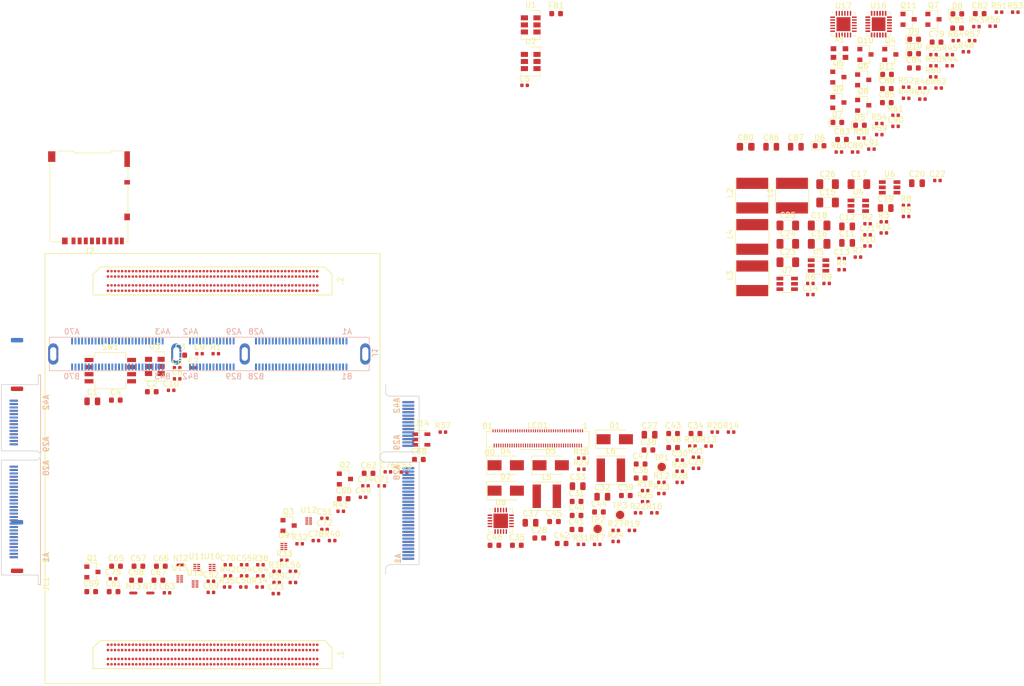
<source format=kicad_pcb>
(kicad_pcb (version 20211014) (generator pcbnew)
  (layers (0 "F.Cu" signal) (31 "B.Cu" signal) (34 "B.Paste" user) (35 "F.Paste" user) (36 "B.SilkS" user "B.Silkscreen") (37 "F.SilkS" user "F.Silkscreen") (38 "B.Mask" user) (39 "F.Mask" user) (44 "Edge.Cuts" user))
  (net 0 "")
  (net 1 "/SOM/3V3_OSC")
  (net 2 "GND")
  (net 3 "Net-(C5-Pad1)")
  (net 4 "/SOM/REFCLK100+")
  (net 5 "Net-(C6-Pad1)")
  (net 6 "/SOM/REFCLK100-")
  (net 7 "Net-(C7-Pad1)")
  (net 8 "/SOM/REFCLK125+")
  (net 9 "Net-(C8-Pad1)")
  (net 10 "/SOM/REFCLK125-")
  (net 11 "Net-(C9-Pad1)")
  (net 12 "/SOM/REFCLK135+")
  (net 13 "Net-(C10-Pad1)")
  (net 14 "/SOM/REFCLK135-")
  (net 15 "+5V")
  (net 16 "Net-(C13-Pad1)")
  (net 17 "Net-(C13-Pad2)")
  (net 18 "Net-(C14-Pad1)")
  (net 19 "Net-(C14-Pad2)")
  (net 20 "+3V3PS")
  (net 21 "+1V8PS")
  (net 22 "Net-(C21-Pad1)")
  (net 23 "Net-(C21-Pad2)")
  (net 24 "Net-(C22-Pad1)")
  (net 25 "Net-(C22-Pad2)")
  (net 26 "+1V8PL")
  (net 27 "+1V2PL")
  (net 28 "/Microdisplay/ADP_VReg")
  (net 29 "Net-(C29-Pad2)")
  (net 30 "Net-(C30-Pad2)")
  (net 31 "Net-(C31-Pad1)")
  (net 32 "/Microdisplay/AVdd")
  (net 33 "/Microdisplay/AVee")
  (net 34 "/Microdisplay/Vcom")
  (net 35 "/Microdisplay/ELVdd")
  (net 36 "/Microdisplay/Vdd")
  (net 37 "Net-(C38-Pad2)")
  (net 38 "/Microdisplay/OVdd")
  (net 39 "Net-(C42-Pad2)")
  (net 40 "/Microdisplay/Vref3")
  (net 41 "Net-(C44-Pad2)")
  (net 42 "Net-(C45-Pad2)")
  (net 43 "Net-(C47-Pad2)")
  (net 44 "Net-(C48-Pad2)")
  (net 45 "DP_IN_L0+")
  (net 46 "Net-(C49-Pad2)")
  (net 47 "DP_IN_L0-")
  (net 48 "Net-(C50-Pad2)")
  (net 49 "DP_IN_L1+")
  (net 50 "Net-(C51-Pad2)")
  (net 51 "DP_IN_L1-")
  (net 52 "Net-(C52-Pad2)")
  (net 53 "DP_IN_L2+")
  (net 54 "Net-(C53-Pad2)")
  (net 55 "DP_IN_L2-")
  (net 56 "Net-(C54-Pad2)")
  (net 57 "DP_IN_L3+")
  (net 58 "Net-(C55-Pad2)")
  (net 59 "DP_IN_L3-")
  (net 60 "Net-(C56-Pad2)")
  (net 61 "/B2B/VDDIO_L")
  (net 62 "Net-(C63-Pad1)")
  (net 63 "DP_AUX+")
  (net 64 "Net-(C64-Pad1)")
  (net 65 "DP_AUX-")
  (net 66 "Net-(C69-Pad1)")
  (net 67 "GTR_RIGHT_M2C+")
  (net 68 "Net-(C70-Pad1)")
  (net 69 "GTR_RIGHT_M2C-")
  (net 70 "Net-(C71-Pad1)")
  (net 71 "GTR_RIGHT_C2M+")
  (net 72 "Net-(C72-Pad1)")
  (net 73 "GTR_RIGHT_C2M-")
  (net 74 "PCIE_REFCLK+")
  (net 75 "Net-(C73-Pad2)")
  (net 76 "PCIE_REFCLK-")
  (net 77 "Net-(C74-Pad2)")
  (net 78 "PCIE_M2C_L0+")
  (net 79 "Net-(C75-Pad2)")
  (net 80 "PCIE_M2C_L0-")
  (net 81 "Net-(C76-Pad2)")
  (net 82 "PCIE_M2C_L1+")
  (net 83 "Net-(C77-Pad2)")
  (net 84 "PCIE_M2C_L1-")
  (net 85 "Net-(C78-Pad2)")
  (net 86 "Net-(C91-Pad2)")
  (net 87 "Net-(D1-Pad1)")
  (net 88 "Net-(D2-Pad2)")
  (net 89 "Net-(D5-Pad1)")
  (net 90 "Net-(D5-Pad2)")
  (net 91 "Net-(D6-Pad1)")
  (net 92 "Net-(D6-Pad2)")
  (net 93 "Net-(D7-Pad1)")
  (net 94 "Net-(D7-Pad2)")
  (net 95 "Net-(D8-Pad1)")
  (net 96 "Net-(D8-Pad2)")
  (net 97 "Net-(D9-Pad1)")
  (net 98 "Net-(D9-Pad2)")
  (net 99 "Net-(D10-Pad1)")
  (net 100 "Net-(D10-Pad2)")
  (net 101 "Net-(D11-Pad1)")
  (net 102 "Net-(D11-Pad2)")
  (net 103 "DSI1A_D0+")
  (net 104 "DSI1A_D0-")
  (net 105 "DSI1A_D1+")
  (net 106 "DSI1A_D1-")
  (net 107 "DSI1A_CLK+")
  (net 108 "DSI1A_CLK-")
  (net 109 "DSI1A_D2+")
  (net 110 "DSI1A_D2-")
  (net 111 "DSI1A_D3+")
  (net 112 "DSI1A_D3-")
  (net 113 "FRONT_SDA")
  (net 114 "FRONT_SCL")
  (net 115 "FRONT_LCD_~{RST}")
  (net 117 "FRONT_LCD_TE")
  (net 119 "PCIE_C2M_L0+")
  (net 120 "PCIE_C2M_L0-")
  (net 121 "PCIE_C2M_L1+")
  (net 122 "PCIE_C2M_L1-")
  (net 123 "DSI1B_D0+")
  (net 124 "DSI1B_D0-")
  (net 125 "DSI1B_D1+")
  (net 126 "DSI1B_D1-")
  (net 127 "DSI1B_CLK+")
  (net 128 "DSI1B_CLK-")
  (net 129 "DSI1B_D2+")
  (net 130 "DSI1B_D2-")
  (net 131 "DSI1B_D3+")
  (net 132 "DSI1B_D3-")
  (net 133 "CSI0_D0+")
  (net 134 "CSI0_D0-")
  (net 135 "CSI0_D1+")
  (net 136 "CSI0_D1-")
  (net 137 "CSI0_CLK+")
  (net 138 "CSI0_CLK-")
  (net 139 "FRONT_LED0")
  (net 140 "FRONT_LED1")
  (net 141 "CSI0_D2+")
  (net 142 "CSI0_D2-")
  (net 143 "CSI0_D3+")
  (net 144 "CSI0_D3-")
  (net 145 "LCD_PWR_EN")
  (net 146 "/B2B/PERST_3V3")
  (net 147 "/B2B/CAMEN_3V3")
  (net 148 "/Periph/SD_D1")
  (net 149 "/Periph/SD_D2")
  (net 150 "/Periph/SD_D3")
  (net 151 "/Periph/SD_CMD")
  (net 152 "/Periph/SD_CLK")
  (net 153 "/Periph/SD_D0")
  (net 154 "SD_~{CD}_1V8")
  (net 155 "USB2_D+")
  (net 156 "USB2_D-")
  (net 157 "/B2B/LEFT_UART_M2C_L")
  (net 158 "/B2B/LEFT_UART_C2M_L")
  (net 159 "RECOVERY_IN")
  (net 160 "LEFT_TCK")
  (net 161 "LEFT_TDI")
  (net 162 "LEFT_TDO")
  (net 163 "LEFT_TMS")
  (net 164 "LINK_LI0+")
  (net 165 "LINK_LI0-")
  (net 166 "LINK_LI1+")
  (net 167 "LINK_LI1-")
  (net 168 "POWERON_IN")
  (net 169 "PD_I2C_SDA")
  (net 170 "PD_I2C_SCL")
  (net 171 "USB2R_D+")
  (net 172 "USB2R_D-")
  (net 173 "GTR_LEFT_C2M+")
  (net 174 "GTR_LEFT_C2M-")
  (net 175 "GTR_LEFT_M2C+")
  (net 176 "GTR_LEFT_M2C-")
  (net 177 "Net-(JL1-PadB26)")
  (net 178 "SENSE_LEFT")
  (net 179 "SYS_RESET_IN")
  (net 180 "LINK_LO0+")
  (net 181 "LINK_LO0-")
  (net 182 "LINK_LO1+")
  (net 183 "LINK_LO1-")
  (net 184 "LINK_LOCLK+")
  (net 185 "LINK_LOCLK-")
  (net 186 "PD_INT")
  (net 187 "/B2B/RIGHT_UART_M2C_L")
  (net 188 "/B2B/RIGHT_UART_C2M_L")
  (net 189 "DP_OUT_L0+")
  (net 190 "DP_OUT_L0-")
  (net 191 "DP_OUT_L1+")
  (net 192 "DP_OUT_L1-")
  (net 193 "DP_OUT_L2+")
  (net 194 "DP_OUT_L2-")
  (net 195 "DP_OUT_L3+")
  (net 196 "DP_OUT_L3-")
  (net 197 "/B2B/RIGHT_UART_M2C")
  (net 198 "/B2B/RIGHT_UART_C2M")
  (net 199 "RIGHT_TCK")
  (net 200 "RIGHT_TDI")
  (net 201 "RIGHT_TDO")
  (net 202 "RIGHT_TMS")
  (net 203 "LINK_RO0+")
  (net 204 "LINK_RO0-")
  (net 205 "LINK_RO1+")
  (net 206 "LINK_RO1-")
  (net 214 "RIGHT_DET")
  (net 215 "Net-(JL2-PadB10)")
  (net 216 "SENSE_RIGHT")
  (net 217 "Net-(JL2-PadB27)")
  (net 218 "LINK_RI0+")
  (net 219 "LINK_RI0-")
  (net 220 "LINK_RI1+")
  (net 221 "LINK_RI1-")
  (net 222 "LINK_RICLK+")
  (net 223 "LINK_RICLK-")
  (net 227 "Net-(L6-Pad1)")
  (net 228 "Net-(LCD1-Pad8)")
  (net 229 "Net-(LCD1-Pad16)")
  (net 230 "DSI0A_D3+")
  (net 231 "DSI0A_D3-")
  (net 232 "DSI0A_D0+")
  (net 233 "DSI0A_D0-")
  (net 234 "DSI0A_CLK+")
  (net 235 "DSI0A_CLK-")
  (net 236 "DSI0A_D1+")
  (net 237 "DSI0A_D1-")
  (net 238 "DSI0A_D2+")
  (net 239 "DSI0A_D2-")
  (net 240 "DSI0B_D3+")
  (net 241 "DSI0B_D3-")
  (net 242 "DSI0B_D0+")
  (net 243 "DSI0B_D0-")
  (net 244 "DSI0B_CLK+")
  (net 245 "DSI0B_CLK-")
  (net 246 "DSI0B_D1+")
  (net 247 "DSI0B_D1-")
  (net 248 "DSI0B_D2+")
  (net 249 "DSI0B_D2-")
  (net 250 "Net-(LCD1-Pad59)")
  (net 251 "Net-(LCD1-Pad60)")
  (net 252 "Net-(LCD1-Pad61)")
  (net 253 "UDISP_SCL")
  (net 254 "UDISP_SDA")
  (net 255 "Net-(LCD1-Pad64)")
  (net 256 "Net-(LCD1-Pad65)")
  (net 257 "Net-(LCD1-Pad66)")
  (net 258 "UDISP_~{RST}")
  (net 259 "JTAG_TCK")
  (net 260 "JTAG_TMS")
  (net 261 "JTAG_TDO")
  (net 262 "POWEROFF")
  (net 263 "RECOVERY")
  (net 264 "SYS_RESET")
  (net 265 "VccO_EN_PL")
  (net 266 "VccO_EN_PS")
  (net 267 "PS_ERR_STAT")
  (net 268 "PS_ERR_OUT")
  (net 269 "PS_LED")
  (net 270 "PL_LED0")
  (net 271 "/Periph/IMU_INT_PS")
  (net 272 "IMU_INT")
  (net 273 "PL_LED1")
  (net 274 "Net-(R1-Pad2)")
  (net 275 "Net-(R3-Pad2)")
  (net 276 "Net-(R5-Pad2)")
  (net 277 "Net-(R8-Pad2)")
  (net 278 "Net-(R10-Pad2)")
  (net 279 "UDISP_PWR_EN")
  (net 280 "Net-(R13-Pad2)")
  (net 281 "Net-(R14-Pad2)")
  (net 282 "Net-(R15-Pad2)")
  (net 283 "Net-(R16-Pad2)")
  (net 284 "Net-(R17-Pad2)")
  (net 285 "Net-(R18-Pad2)")
  (net 286 "Net-(R19-Pad2)")
  (net 287 "Net-(R20-Pad2)")
  (net 288 "Net-(R22-Pad2)")
  (net 289 "ULPI_~{RST}")
  (net 290 "Net-(R48-Pad2)")
  (net 291 "SPI_~{CS}")
  (net 292 "I2C1_SDA")
  (net 293 "I2C1_SCL")
  (net 303 "JTAG_TDI")
  (net 304 "Net-(SOM1-Pad1A27)")
  (net 305 "Net-(SOM1-Pad1A28)")
  (net 306 "Net-(SOM1-Pad1A29)")
  (net 307 "Net-(SOM1-Pad1A30)")
  (net 313 "ULPI_D5")
  (net 314 "ULPI_D6")
  (net 315 "ULPI_D7")
  (net 328 "LEFT_UART_M2C")
  (net 329 "LEFT_UART_C2M")
  (net 331 "SD_CMD_1V8")
  (net 332 "SD_CLK_1V8")
  (net 334 "ULPI_STP")
  (net 335 "ULPI_D3")
  (net 336 "ULPI_D4")
  (net 353 "SD_D1_1V8")
  (net 354 "SD_D2_1V8")
  (net 355 "SD_D3_1V8")
  (net 356 "ULPI_NXT")
  (net 357 "ULPI_D0")
  (net 358 "ULPI_D1")
  (net 359 "SPI_C2M")
  (net 360 "SPI_M2C")
  (net 376 "SD_D0_1V8")
  (net 377 "ULPI_CLK")
  (net 378 "ULPI_DIR")
  (net 379 "ULPI_D2")
  (net 380 "SPI_SCLK")
  (net 382 "PCIE_~{PERST}")
  (net 446 "CAM_PWR_EN")
  (net 448 "IMU_FSYNC")
  (net 467 "/Periph/ULPI_REFCLK")
  (footprint "LED_SMD:LED_0603_1608Metric" (layer "F.Cu") (at 206.8 57.91)
    (fp_text reference "D6")
    (fp_text value "LED_Small")
  )
  (footprint "Resistor_SMD:R_0402_1005Metric" (layer "F.Cu") (at 218.3 71.53)
    (fp_text reference "R3")
    (fp_text value "31.6k")
  )
  (footprint "Resistor_SMD:R_0402_1005Metric" (layer "F.Cu") (at 139.36 109.17)
    (fp_text reference "R37")
    (fp_text value "1.5k")
  )
  (footprint "Resistor_SMD:R_0402_1005Metric" (layer "F.Cu") (at 222.29 68.58)
    (fp_text reference "R8")
    (fp_text value "12.7k")
  )
  (footprint "TestPoint:TestPoint_Pad_D1.5mm" (layer "F.Cu") (at 178.54 115.41)
    (fp_text reference "TP1")
    (fp_text value "~")
  )
  (footprint "TestPoint:TestPoint_Pad_D1.5mm" (layer "F.Cu") (at 167.07 126.51)
    (fp_text reference "TP2")
    (fp_text value "~")
  )
  (footprint "Capacitor_SMD:C_0603_1608Metric" (layer "F.Cu") (at 148.59 129.44)
    (fp_text reference "C46")
    (fp_text value "1µ")
  )
  (footprint "Package_TO_SOT_SMD:SOT-23" (layer "F.Cu") (at 227.19 35.27)
    (fp_text reference "Q7")
    (fp_text value "BSS138")
  )
  (footprint "Resistor_SMD:R_0402_1005Metric" (layer "F.Cu") (at 110.96 132.12)
    (fp_text reference "R33")
    (fp_text value "10k")
  )
  (footprint "Resistor_SMD:R_0402_1005Metric" (layer "F.Cu") (at 109.6 134.11)
    (fp_text reference "R36")
    (fp_text value "1.5k")
  )
  (footprint "Capacitor_SMD:C_0402_1005Metric" (layer "F.Cu") (at 91.78 99.64)
    (fp_text reference "C6")
    (fp_text value "100n")
  )
  (footprint "Capacitor_SMD:C_0603_1608Metric" (layer "F.Cu") (at 167.3 123.48)
    (fp_text reference "C44")
    (fp_text value "1µ")
  )
  (footprint "Resistor_SMD:R_0402_1005Metric" (layer "F.Cu") (at 113.71 129.17)
    (fp_text reference "R32")
    (fp_text value "22k")
  )
  (footprint "Resistor_SMD:R_0402_1005Metric" (layer "F.Cu") (at 234.88 36.58)
    (fp_text reference "R43")
    (fp_text value "10k")
  )
  (footprint "Capacitor_SMD:C_0805_2012Metric" (layer "F.Cu") (at 198.14 58.09)
    (fp_text reference "C86")
    (fp_text value "10µ")
  )
  (footprint "Capacitor_SMD:C_0402_1005Metric" (layer "F.Cu") (at 90.7 101.69)
    (fp_text reference "C10")
    (fp_text value "100n")
  )
  (footprint "Capacitor_SMD:C_0603_1608Metric" (layer "F.Cu") (at 184.58 109.43)
    (fp_text reference "C34")
    (fp_text value "2.2µ")
  )
  (footprint "Diode_SMD:D_SMA" (layer "F.Cu") (at 150.61 115.11)
    (fp_text reference "D4")
    (fp_text value ">8V")
  )
  (footprint "Resistor_SMD:R_0402_1005Metric" (layer "F.Cu") (at 190.95 109.17)
    (fp_text reference "R14")
    (fp_text value "DNP")
  )
  (footprint "Capacitor_SMD:C_0603_1608Metric" (layer "F.Cu") (at 84.41 135.7)
    (fp_text reference "C58")
    (fp_text value "1µ")
  )
  (footprint "meowality:BWVS00606045" (layer "F.Cu") (at 194.745 81.635)
    (fp_text reference "L3")
    (fp_text value "3.3µ")
  )
  (footprint "Resistor_SMD:R_0402_1005Metric" (layer "F.Cu") (at 178.48 120.17)
    (fp_text reference "R23")
    (fp_text value "68k")
  )
  (footprint "Package_TO_SOT_SMD:TSOT-23-6" (layer "F.Cu") (at 201 82.63)
    (fp_text reference "U7")
    (fp_text value "AP6230xWU")
  )
  (footprint "Capacitor_SMD:C_0402_1005Metric" (layer "F.Cu") (at 227.9 64.13)
    (fp_text reference "C22")
    (fp_text value "100n")
  )
  (footprint "Resistor_SMD:R_0402_1005Metric" (layer "F.Cu") (at 217.49 53.93)
    (fp_text reference "R54")
    (fp_text value "10k")
  )
  (footprint "Resistor_SMD:R_0402_1005Metric" (layer "F.Cu") (at 228.12 47.57)
    (fp_text reference "R62")
    (fp_text value "2.2k")
  )
  (footprint "Capacitor_SMD:C_0805_2012Metric" (layer "F.Cu") (at 211.73 75.3)
    (fp_text reference "C11")
    (fp_text value "10µ")
  )
  (footprint "Capacitor_SMD:C_0402_1005Metric" (layer "F.Cu") (at 89.96 137.95)
    (fp_text reference "C63")
    (fp_text value "100n")
  )
  (footprint "Resistor_SMD:R_0402_1005Metric" (layer "F.Cu") (at 225.21 49.56)
    (fp_text reference "R47")
    (fp_text value "10k")
  )
  (footprint "Resistor_SMD:R_0402_1005Metric" (layer "F.Cu") (at 210.76 80.1)
    (fp_text reference "R4")
    (fp_text value "10k")
  )
  (footprint "Capacitor_SMD:C_0805_2012Metric" (layer "F.Cu") (at 167.9 120.75)
    (fp_text reference "C32")
    (fp_text value "10µ")
  )
  (footprint "Package_DFN_QFN:HVQFN-24-1EP_4x4mm_P0.5mm_EP2.5x2.5mm" (layer "F.Cu") (at 211.08 36.14)
    (fp_text reference "U17")
    (fp_text value "USB3318")
  )
  (footprint "Capacitor_SMD:C_0603_1608Metric" (layer "F.Cu") (at 210.81 56.78)
    (fp_text reference "C83")
    (fp_text value "1µ")
  )
  (footprint "Capacitor_SMD:C_0603_1608Metric" (layer "F.Cu") (at 87.24 101.95)
    (fp_text reference "C2")
    (fp_text value "1µ")
  )
  (footprint "Capacitor_SMD:C_0805_2012Metric" (layer "F.Cu") (at 176.36 109.65)
    (fp_text reference "C27")
    (fp_text value "10µ")
  )
  (footprint "Capacitor_SMD:C_0402_1005Metric" (layer "F.Cu") (at 125.5 118.8)
    (fp_text reference "C74")
    (fp_text value "100n")
  )
  (footprint "Capacitor_SMD:C_0805_2012Metric" (layer "F.Cu") (at 224.24 64.61)
    (fp_text reference "C20")
    (fp_text value "10µ")
  )
  (footprint "Resistor_SMD:R_0402_1005Metric" (layer "F.Cu") (at 164.08 129.28)
    (fp_text reference "R31")
    (fp_text value "0R")
  )
  (footprint "Resistor_SMD:R_0402_1005Metric" (layer "F.Cu") (at 98.7 95.14)
    (fp_text reference "R1")
    (fp_text value "0R")
  )
  (footprint "Package_TO_SOT_SMD:SOT-23" (layer "F.Cu") (at 222.74 35.27)
    (fp_text reference "Q11")
    (fp_text value "BSS138")
  )
  (footprint "Package_SON:X2SON-8_1.4x1mm_P0.35mm" (layer "F.Cu") (at 115.33 125.1)
    (fp_text reference "U12")
    (fp_text value "74LVC2T45DC")
  )
  (footprint "Capacitor_SMD:C_0402_1005Metric" (layer "F.Cu") (at 103.64 136.91)
    (fp_text reference "C50")
    (fp_text value "100n")
  )
  (footprint "Capacitor_SMD:C_0603_1608Metric" (layer "F.Cu") (at 227.74 39.35)
    (fp_text reference "C79")
    (fp_text value "1µ")
  )
  (footprint "Resistor_SMD:R_0402_1005Metric" (layer "F.Cu") (at 217.49 55.92)
    (fp_text reference "R59")
    (fp_text value "10k")
  )
  (footprint "Capacitor_SMD:C_0402_1005Metric" (layer "F.Cu") (at 106.69 134.92)
    (fp_text reference "C64")
    (fp_text value "100n")
  )
  (footprint "Inductor_SMD:L_Taiyo-Yuden_NR-50xx" (layer "F.Cu") (at 169.43 116)
    (fp_text reference "L6")
    (fp_text value "6.8µ")
  )
  (footprint "LED_SMD:LED_0603_1608Metric" (layer "F.Cu") (at 231.46 34.29)
    (fp_text reference "D8")
    (fp_text value "LED_Small")
  )
  (footprint "Capacitor_SMD:C_0402_1005Metric" (layer "F.Cu") (at 181.77 114.19)
    (fp_text reference "C30")
    (fp_text value "47n")
  )
  (footprint "Capacitor_SMD:C_0603_1608Metric" (layer "F.Cu") (at 135.06 114.08)
    (fp_text reference "C68")
    (fp_text value "1µ")
  )
  (footprint "Resistor_SMD:R_0402_1005Metric" (layer "F.Cu") (at 222.3 49.41)
    (fp_text reference "R49")
    (fp_text value "10k")
  )
  (footprint "Capacitor_SMD:C_0402_1005Metric" (layer "F.Cu") (at 184.68 115.66)
    (fp_text reference "C29")
    (fp_text value "47n")
  )
  (footprint "Package_TO_SOT_SMD:SOT-23" (layer "F.Cu") (at 214.61 50.66)
    (fp_text reference "Q8")
    (fp_text value "BSS138")
  )
  (footprint "Resistor_SMD:R_0402_1005Metric" (layer "F.Cu") (at 188.04 109.17)
    (fp_text reference "R20")
    (fp_text value "68k")
  )
  (footprint "Resistor_SMD:R_0402_1005Metric" (layer "F.Cu") (at 215.39 71.87)
    (fp_text reference "R2")
    (fp_text value "10k")
  )
  (footprint "Package_TO_SOT_SMD:SOT-23" (layer "F.Cu") (at 215.01 41.56)
    (fp_text reference "Q10")
    (fp_text value "BSS138")
  )
  (footprint "Package_SON:X2SON-8_1.4x1mm_P0.35mm" (layer "F.Cu") (at 95.29 133.41)
    (fp_text reference "U11")
    (fp_text value "74LVC2T45DC")
  )
  (footprint "Capacitor_SMD:C_0603_1608Metric" (layer "F.Cu") (at 152.6 129.44)
    (fp_text reference "C35")
    (fp_text value "1µ")
  )
  (footprint "Package_TO_SOT_SMD:SOT-23" (layer "F.Cu") (at 76.61 134.21)
    (fp_text reference "Q1")
    (fp_text value "BSS138")
  )
  (footprint "Resistor_SMD:R_0402_1005Metric" (layer "F.Cu") (at 238.93 33.99)
    (fp_text reference "R51")
    (fp_text value "10k")
  )
  (footprint "Diode_SMD:D_SMA" (layer "F.Cu") (at 158.66 115.11)
    (fp_text reference "D3")
    (fp_text value "6.8V")
  )
  (footprint "Capacitor_SMD:C_1206_3216Metric" (layer "F.Cu") (at 201.11 78.76)
    (fp_text reference "C23")
    (fp_text value "22µ")
  )
  (footprint "Capacitor_SMD:C_0603_1608Metric" (layer "F.Cu") (at 126.05 116.55)
    (fp_text reference "C62")
    (fp_text value "1µ")
  )
  (footprint "Package_TO_SOT_SMD:SOT-23" (layer "F.Cu") (at 214.61 46.11)
    (fp_text reference "Q6")
    (fp_text value "BSS138")
  )
  (footprint "Resistor_SMD:R_0402_1005Metric" (layer "F.Cu") (at 218.3 73.52)
    (fp_text reference "R11")
    (fp_text value "10k")
  )
  (footprint "Diode_SMD:D_SMA" (layer "F.Cu") (at 170.13 110.45)
    (fp_text reference "D1")
    (fp_text value "D_Schottky_Small")
  )
  (footprint "Capacitor_SMD:C_1206_3216Metric" (layer "F.Cu") (at 208.23 68.07)
    (fp_text reference "C15")
    (fp_text value "22µ")
  )
  (footprint "Resistor_SMD:R_0402_1005Metric" (layer "F.Cu") (at 227.15 45.58)
    (fp_text reference "R60")
    (fp_text value "2.2k")
  )
  (footprint "Package_TO_SOT_SMD:TSOT-23-6" (layer "F.Cu") (at 213.73 68.65)
    (fp_text reference "U4")
    (fp_text value "AP6230xWU")
  )
  (footprint "Capacitor_SMD:C_0603_1608Metric" (layer "F.Cu") (at 84.85 133.19)
    (fp_text reference "C57")
    (fp_text value "1µ")
  )
  (footprint "Package_TO_SOT_SMD:SOT-23" (layer "F.Cu") (at 219.46 41.56)
    (fp_text reference "Q4")
    (fp_text value "BSS138")
  )
  (footprint "meowality:BWVS00606045" (layer "F.Cu") (at 194.745 74.235)
    (fp_text reference "L4")
    (fp_text value "3.3µ")
  )
  (footprint "Capacitor_SMD:C_0603_1608Metric" (layer "F.Cu") (at 218.84 50.19)
    (fp_text reference "C85")
    (fp_text value "1µ")
  )
  (footprint "Capacitor_SMD:C_0402_1005Metric" (layer "F.Cu") (at 118.16 126.61)
    (fp_text reference "C72")
    (fp_text value "100n")
  )
  (footprint "meowality:EDGE_84P_0.6mm" (layer "F.Cu") (at 135.105 113.63 90)
    (fp_text reference "JL2" hide)
    (fp_text value "EDGE_84P")
    (fp_line (start -0.925 0) (end -0.925 -6.075) (layer "Edge.Cuts") (width 0.12))
    (fp_line (start 10.89 0) (end 10.89 -5.25) (layer "Edge.Cuts") (width 0.12))
    (fp_line (start 0.925 -6.075) (end 0.925 0) (layer "Edge.Cuts") (width 0.12))
    (fp_line (start -0.95 0) (end -19.28 0) (layer "Edge.Cuts") (width 0.12))
    (fp_line (start -20.03 -6) (end -21 -6) (layer "Edge.Cuts") (width 0.12))
    (fp_line (start 0.925 0) (end 10.89 0) (layer "Edge.Cuts") (width 0.12))
    (fp_line (start -19.28 0) (end -19.28 -5.25) (layer "Edge.Cuts") (width 0.12))
    (fp_line (start 11.64 -6) (end 13 -6) (layer "Edge.Cuts") (width 0.12))
    (fp_arc (start -0.925 -6.075) (mid 0 -7) (end 0.925 -6.075) (layer "Edge.Cuts") (width 0.12))
    (fp_arc (start -20.03 -6) (mid -19.49967 -5.78033) (end -19.28 -5.25) (layer "Edge.Cuts") (width 0.12))
    (fp_arc (start 10.89 -5.25) (mid 11.10967 -5.78033) (end 11.64 -6) (layer "Edge.Cuts") (width 0.12))
  )
  (footprint "Capacitor_SMD:C_0603_1608Metric" (layer "F.Cu") (at 235.47 34.25)
    (fp_text reference "C82")
    (fp_text value "1µ")
  )
  (footprint "Package_TO_SOT_SMD:SOT-23" (layer "F.Cu") (at 121.82 117.57)
    (fp_text reference "Q2")
    (fp_text value "BSS138")
  )
  (footprint "Diode_SMD:D_SMA" (layer "F.Cu") (at 150.61 119.66)
    (fp_text reference "D2")
    (fp_text value "D_Schottky_Small")
  )
  (footprint "Capacitor_SMD:C_0805_2012Metric" (layer "F.Cu") (at 202.55 58.09)
    (fp_text reference "C87")
    (fp_text value "10µ")
  )
  (footprint "Oscillator:Oscillator_SMD_IDT_JS6-6_5.0x3.2mm_P1.27mm" (layer "F.Cu") (at 87.78 97.42)
    (fp_text reference "U3")
    (fp_text value " AX3HAF1-135.0000T ")
  )
  (footprint "Capacitor_SMD:C_1206_3216Metric" (layer "F.Cu") (at 201.11 75.47)
    (fp_text reference "C24")
    (fp_text value "22µ")
  )
  (footprint "Capacitor_SMD:C_0603_1608Metric" (layer "F.Cu") (at 159.25 125.19)
    (fp_text reference "C45")
    (fp_text value "1µ")
  )
  (footprint "Resistor_SMD:R_0402_1005Metric" (layer "F.Cu") (at 164.14 113.83)
    (fp_text reference "R15")
    (fp_text value "0R")
  )
  (footprint "Capacitor_SMD:C_0402_1005Metric" (layer "F.Cu") (at 205.15 84.55)
    (fp_text reference "C14")
    (fp_text value "100n")
  )
  (footprint "Resistor_SMD:R_0402_1005Metric" (layer "F.Cu") (at 181.77 116.18)
    (fp_text reference "R26")
    (fp_text value "5.1k")
  )
  (footprint "Capacitor_SMD:C_0603_1608Metric" (layer "F.Cu") (at 163.26 126.61)
    (fp_text reference "C41")
    (fp_text value "2.2µ")
  )
  (footprint "Capacitor_SMD:C_0603_1608Metric" (layer "F.Cu") (at 180.57 109.43)
    (fp_text reference "C43")
    (fp_text value "1µ")
  )
  (footprint "Capacitor_SMD:C_0603_1608Metric" (layer "F.Cu") (at 174.76 117.4)
    (fp_text reference "C36")
    (fp_text value "2.2µ")
  )
  (footprint "Resistor_SMD:R_0402_1005Metric" (layer "F.Cu") (at 178.48 118.18)
    (fp_text reference "R12")
    (fp_text value "10k")
  )
  (footprint "LED_SMD:LED_0603_1608Metric" (layer "F.Cu") (at 209.98 53.73)
    (fp_text reference "D7")
    (fp_text value "LED_Small")
  )
  (footprint "Oscillator:Oscillator_SMD_IDT_JS6-6_5.0x3.2mm_P1.27mm" (layer "F.Cu") (at 155.08 36.27)
    (fp_text reference "U1")
    (fp_text value "CP3225-100.000-3.3-25-X-T-TR")
  )
  (footprint "Capacitor_SMD:C_0402_1005Metric" (layer "F.Cu") (at 153.99 47.09)
    (fp_text reference "C5")
    (fp_text value "100n")
  )
  (footprint "Capacitor_SMD:C_0402_1005Metric" (layer "F.Cu") (at 100.87 132.93)
    (fp_text reference "C70")
    (fp_text value "100n")
  )
  (footprint "Capacitor_SMD:C_1206_3216Metric" (layer "F.Cu") (at 206.72 75.47)
    (fp_text reference "C16")
    (fp_text value "22µ")
  )
  (footprint "LED_SMD:LED_0603_1608Metric" (layer "F.Cu") (at 223.73 38.84)
    (fp_text reference "D9")
    (fp_text value "LED_Small")
  )
  (footprint "Resistor_SMD:R_0402_1005Metric" (layer "F.Cu") (at 186.94 111.68)
    (fp_text reference "R13")
    (fp_text value "0R")
  )
  (footprint "Resistor_SMD:R_0402_1005Metric" (layer "F.Cu") (at 106.69 132.93)
    (fp_text reference "R38")
    (fp_text value "10k")
  )
  (footprint "Package_SON:X2SON-8_1.4x1mm_P0.35mm" (layer "F.Cu") (at 110.88 129.65)
    (fp_text reference "U9")
    (fp_text value "74LVC2T45DC")
  )
  (footprint "Resistor_SMD:R_0402_1005Metric" (layer "F.Cu") (at 175.57 121.64)
    (fp_text reference "R25")
    (fp_text value "5.1k")
  )
  (footprint "Package_SON:X2SON-8_1.4x1mm_P0.35mm" (layer "F.Cu") (at 98.04 133.41)
    (fp_text reference "U10")
    (fp_text value "74LVC2T45DC")
  )
  (footprint "Package_SON:X2SON-8_1.4x1mm_P0.35mm" (layer "F.Cu") (at 94.99 136.36)
    (fp_text reference "U13")
    (fp_text value "74LVC2T45DC")
  )
  (footprint "Package_SON:X2SON-8_1.4x1mm_P0.35mm" (layer "F.Cu") (at 92.24 135.46)
    (fp_text reference "U15")
    (fp_text value "74LVC2T45DC")
  )
  (footprint "Capacitor_SMD:C_0402_1005Metric" (layer "F.Cu") (at 97.82 137.87)
    (fp_text reference "C69")
    (fp_text value "100n")
  )
  (footprint "Capacitor_SMD:C_0603_1608Metric" (layer "F.Cu") (at 163.29 124.1)
    (fp_text reference "C40")
    (fp_text value "1µ")
  )
  (footprint "LED_SMD:LED_0603_1608Metric" (layer "F.Cu") (at 218.88 45.13)
    (fp_text reference "D11")
    (fp_text value "LED_Small")
  )
  (footprint "Capacitor_SMD:C_0402_1005Metric" (layer "F.Cu") (at 128.41 118.8)
    (fp_text reference "C71")
    (fp_text value "100n")
  )
  (footprint "Resistor_SMD:R_0402_1005Metric" (layer "F.Cu") (at 227.19 41.6)
    (fp_text reference "R55")
    (fp_text value "2.2k")
  )
  (footprint "TestPoint:TestPoint_Pad_D1.5mm" (layer "F.Cu") (at 171.08 124)
    (fp_text reference "TP3")
    (fp_text value "~")
  )
  (footprint "Package_DFN_QFN:WQFN-24-1EP_4x4mm_P0.5mm_EP2.45x2.45mm" (layer "F.Cu") (at 217.37 36.14)
    (fp_text reference "U16")
    (fp_text value "TXS02612")
  )
  (footprint "Connector_Card:microSD_HC_Hirose_DM3AT-SF-PEJM5" (layer "F.Cu") (at 76 67.225 180)
    (fp_text reference "J2")
    (fp_text value "Micro_SD_Card_Det")
  )
  (footprint "Resistor_SMD:R_0402_1005Metric" (layer "F.Cu") (at 170.3 126.77)
    (fp_text reference "R27")
    (fp_text value "0R")
  )
  (footprint "Package_TO_SOT_SMD:TSOT-23-6" (layer "F.Cu") (at 219.34 65.36)
    (fp_text reference "U6")
    (fp_text value "AP6230xWU")
  )
  (footprint "Capacitor_SMD:C_0402_1005Metric" (layer "F.Cu") (at 91.78 97.65)
    (fp_text reference "C8")
    (fp_text value "100n")
  )
  (footprint "Resistor_SMD:R_0402_1005Metric" (layer "F.Cu") (at 184.03 111.68)
    (fp_text reference "R30")
    (fp_text value "0R")
  )
  (footprint "Resistor_SMD:R_0402_1005Metric" (layer "F.Cu") (at 164.14 115.82)
    (fp_text reference "R29")
    (fp_text value "0R")
  )
  (footprint "Capacitor_SMD:C_0603_1608Metric" (layer "F.Cu") (at 88.42 135.7)
    (fp_text reference "C67")
    (fp_text value "1µ")
  )
  (footprint "LED_SMD:LED_0603_1608Metric" (layer "F.Cu") (at 223.73 41.43)
    (fp_text reference "D10")
    (fp_text value "LED_Small")
  )
  (footprint "Oscillator:Oscillator_SMD_EuroQuartz_XO32-4Pin_3.2x2.5mm" (layer "F.Cu") (at 210.36 41.31)
    (fp_text reference "X1")
    (fp_text value "831056169")
  )
  (footprint "Capacitor_SMD:C_1206_3216Metric" (layer "F.Cu") (at 208.23 64.78)
    (fp_text reference "C26")
    (fp_text value "22µ")
  )
  (footprint "meowality:BWVS00606045" (layer "F.Cu") (at 201.865 66.835)
    (fp_text reference "L1")
    (fp_text value "3.3µ")
  )
  (footprint "Package_TO_SOT_SMD:SOT-23" (layer "F.Cu") (at 210.16 50.16)
    (fp_text reference "Q9")
    (fp_text value "BSS138")
  )
  (footprint "Capacitor_SMD:C_0805_2012Metric_Pad1.15x1.40mm_HandSolder" (layer "F.Cu") (at 193.56 58.09)
    (fp_text reference "C80")
    (fp_text value "4.7µ")
  )
  (footprint "Capacitor_SMD:C_1206_3216Metric" (layer "F.Cu") (at 201.11 72.18)
    (fp_text reference "C25")
    (fp_text value "22µ")
  )
  (footprint "Resistor_SMD:R_0402_1005Metric" (layer "F.Cu") (at 241.84 33.99)
    (fp_text reference "R53")
    (fp_text value "10k")
  )
  (footprint "Resistor_SMD:R_0402_1005Metric" (layer "F.Cu") (at 100.87 134.92)
    (fp_text reference "R42")
    (fp_text value "10k")
  )
  (footprint "Resistor_SMD:R_0402_1005Metric" (layer "F.Cu") (at 208.06 82.56)
    (fp_text reference "R9")
    (fp_text value "10k")
  )
  (footprint "Resistor_SMD:R_0402_1005Metric" (layer "F.Cu") (at 121.07 123.35)
    (fp_text reference "R41")
    (fp_text value "10k")
  )
  (footprint "meowality:BWVS00606045" (layer "F.Cu") (at 194.745 66.835)
    (fp_text reference "L2")
    (fp_text value "3.3µ")
  )
  (footprint "Capacitor_SMD:C_0603_1608Metric" (layer "F.Cu") (at 121.6 121.1)
    (fp_text reference "C60")
    (fp_text value "1µ")
  )
  (footprint "LED_SMD:LED_0603_1608Metric" (layer "F.Cu") (at 214.03 54.23)
    (fp_text reference "D5")
    (fp_text value "LED_Small")
  )
  (footprint "Capacitor_SMD:C_0805_2012Metric" (layer "F.Cu") (at 211.73 72.35)
    (fp_text reference "C12")
    (fp_text value "10µ")
  )
  (footprint "Capacitor_SMD:C_0603_1608Metric" (layer "F.Cu") (at 218.84 47.68)
    (fp_text reference "C88")
    (fp_text value "1µ")
  )
  (footprint "Resistor_SMD:R_0402_1005Metric" (layer "F.Cu") (at 106.55 136.91)
    (fp_text reference "R34")
    (fp_text value "22k")
  )
  (footprint "Capacitor_SMD:C_1206_3216Metric" (layer "F.Cu") (at 206.72 72.18)
    (fp_text reference "C18")
    (fp_text value "22µ")
  )
  (footprint "Resistor_SMD:R_0402_1005Metric" (layer "F.Cu") (at 215.39 75.85)
    (fp_text reference "R10")
    (fp_text value "5.1k")
  )
  (footprint "Capacitor_SMD:C_0402_1005Metric" (layer "F.Cu") (at 112.51 136.1)
    (fp_text reference "C77")
    (fp_text value "100n")
  )
  (footprint "Resistor_SMD:R_0402_1005Metric" (layer "F.Cu") (at 220.4 52.44)
    (fp_text reference "R61")
    (fp_text value "2.2k")
  )
  (footprint "Capacitor_SMD:C_0402_1005Metric" (layer "F.Cu") (at 97.82 135.88)
    (fp_text reference "C52")
    (fp_text value "100n")
  )
  (footprint "Resistor_SMD:R_0402_1005Metric" (layer "F.Cu") (at 170.3 128.76)
    (fp_text reference "R24")
    (fp_text value "5.1k")
  )
  (footprint "Resistor_SMD:R_0402_1005Metric" (layer "F.Cu") (at 205.15 82.56)
    (fp_text reference "R6")
    (fp_text value "10k")
  )
  (footprint "NetTie:NetTie-2_SMD_Pad0.5mm" (layer "F.Cu") (at 83.93 137.98)
    (fp_text reference "NT3")
    (fp_text value "Net-Tie_2")
  )
  (footprint "Resistor_SMD:R_0402_1005Metric" (layer "F.Cu") (at 109.6 136.1)
    (fp_text reference "R39")
    (fp_text value "10k")
  )
  (footprint "Resistor_SMD:R_0402_1005Metric" (layer "F.Cu") (at 231.2 39.09)
    (fp_text reference "R64")
    (fp_text value "2.2k")
  )
  (footprint "Capacitor_SMD:C_0603_1608Metric" (layer "F.Cu") (at 76.39 137.74)
    (fp_text reference "C59")
    (fp_text value "1µ")
  )
  (footprint "Resistor_SMD:R_0402_1005Metric" (layer "F.Cu") (at 233.01 41.08)
    (fp_text reference "R48")
    (fp_text value "8.06k")
  )
  (footprint "Capacitor_SMD:C_0603_1608Metric" (layer "F.Cu") (at 80.8 103.45)
    (fp_text reference "C4")
    (fp_text value "1µ")
  )
  (footprint "Capacitor_SMD:C_0603_1608Metric" (layer "F.Cu") (at 156.61 128.14)
    (fp_text reference "C28")
    (fp_text value "1µ")
  )
  (footprint "Resistor_SMD:R_0402_1005Metric" (layer "F.Cu") (at 234.11 39.09)
    (fp_text reference "R57")
    (fp_text value "2.2k")
  )
  (footprint "Capacitor_SMD:C_0402_1005Metric" (layer "F.Cu") (at 220.4 54.43)
    (fp_text reference "C90")
    (fp_text value "100n")
  )
  (footprint "Resistor_SMD:R_0402_1005Metric" (layer "F.Cu") (at 181.77 118.17)
    (fp_text reference "R28")
    (fp_text value "0R")
  )
  (footprint "Resistor_SMD:R_0402_1005Metric" (layer "F.Cu") (at 214.27 56.52)
    (fp_text reference "R58")
    (fp_text value "2.2k")
  )
  (footprint "Capacitor_SMD:C_0805_2012Metric" (layer "F.Cu") (at 163.49 118.86)
    (fp_text reference "C33")
    (fp_text value "10µ")
  )
  (footprint "Capacitor_SMD:C_0402_1005Metric" (layer "F.Cu") (at 118.16 124.62)
    (fp_text reference "C51")
    (fp_text value "100n")
  )
  (footprint "Resistor_SMD:R_0402_1005Metric" (layer "F.Cu") (at 173.21 126.77)
    (fp_text reference "R19")
    (fp_text value "4.7k")
  )
  (footprint "Resistor_SMD:R_0402_1005Metric" (layer "F.Cu") (at 177.22 123.63)
    (fp_text reference "R16")
    (fp_text value "0R")
  )
  (footprint "Capacitor_SMD:C_0603_1608Metric" (layer "F.Cu") (at 163.29 121.59)
    (fp_text reference "C31")
    (fp_text value "1µ")
  )
  (footprint "meowality:MET008431401101" (layer "F.Cu") (at 60.3125 113.365 90)
    (fp_text reference "JL1")
    (fp_text value "EDGE_84P")
    (fp_line (start -0.825 6.175) (end -0.825 0) (layer "Edge.Cuts") (width 0.12))
    (fp_line (start -20.65 0) (end -0.825 0) (layer "Edge.Cuts") (width 0.12))
    (fp_line (start 0.825 6.175) (end 0.825 0) (layer "Edge.Cuts") (width 0.12))
    (fp_line (start 12.7 6.6) (end 14.4 6.6) (layer "Edge.Cuts") (width 0.12))
    (fp_line (start 0.825 0) (end 12.7 0) (layer "Edge.Cuts") (width 0.12))
    (fp_line (start -21.4 6.6) (end -23.1 6.6) (layer "Edge.Cuts") (width 0.12))
    (fp_line (start -21.4 0) (end -21.4 6.6) (layer "Edge.Cuts") (width 0.12))
    (fp_line (start 12.7 0) (end 12.7 6.6) (layer "Edge.Cuts") (width 0.12))
    (fp_line (start -20.65 0) (end -21.4 0) (layer "Edge.Cuts") (width 0.12))
    (fp_arc (start 0.825 6.175) (mid 0 7) (end -0.825 6.175) (layer "Edge.Cuts") (width 0.12))
  )
  (footprint "Capacitor_SMD:C_0603_1608Metric" (layer "F.Cu") (at 174.76 114.89)
    (fp_text reference "C47")
    (fp_text value "1µ")
  )
  (footprint "Capacitor_SMD:C_0805_2012Metric" (layer "F.Cu") (at 76.59 103.67)
    (fp_text reference "C1")
    (fp_text value "10µ")
  )
  (footprint "Capacitor_SMD:C_0402_1005Metric" (layer "F.Cu") (at 116.62 128.6)
    (fp_text reference "C78")
    (fp_text value "100n")
  )
  (footprint "Capacitor_SMD:C_0402_1005Metric" (layer "F.Cu") (at 94.69 97.65)
    (fp_text reference "C7")
    (fp_text value "100n")
  )
  (footprint "Capacitor_SMD:C_0402_1005Metric" (layer "F.Cu") (at 112.51 134.11)
    (fp_text reference "C56")
    (fp_text value "100n")
  )
  (footprint "Capacitor_SMD:C_0402_1005Metric" (layer "F.Cu") (at 129.51 116.29)
    (fp_text reference "C76")
    (fp_text value "100n")
  )
  (footprint "Package_DFN_QFN:QFN-20-1EP_4x4mm_P0.5mm_EP2.6x2.6mm" (layer "F.Cu") (at 149.71 125.06)
    (fp_text reference "U8")
    (fp_text value "ADP5070ACPZ")
  )
  (footprint "Package_TO_SOT_SMD:SOT-23" (layer "F.Cu") (at 111.73 125.9)
    (fp_text reference "Q3")
    (fp_text value "BSS138")
  )
  (footprint "Capacitor_SMD:C_0603_1608Metric" (layer "F.Cu") (at 176.16 112.38)
    (fp_text reference "C38")
    (fp_text value "1µ")
  )
  (footprint "meowality:KRIA_K26" (layer "F.Cu") (at 124.945 151.015 90)
    (fp_text reference "SOM1")
    (fp_text value "KRIA_K26")
  )
  (footprint "Resistor_SMD:R_0402_1005Metric" (layer "F.Cu") (at 184.68 113.67)
    (fp_text reference "R21")
    (fp_text value "10k")
  )
  (footprint "Package_TO_SOT_SMD:TSOT-23-6" (layer "F.Cu") (at 206.61 79.34)
    (fp_text reference "U5")
    (fp_text value "AP6230xWU")
  )
  (footprint "Oscillator:Oscillator_SMD_IDT_JS6-6_5.0x3.2mm_P1.27mm" (layer "F.Cu") (at 155.08 42.82)
    (fp_text reference "U2")
    (fp_text value "CP3225-125.000-3.3-25-X-T-TR")
  )
  (footprint "Capacitor_SMD:C_0603_1608Metric" (layer "F.Cu") (at 92.33 95.4)
    (fp_text reference "C3")
    (fp_text value "1µ")
  )
  (footprint "Capacitor_SMD:C_0402_1005Metric" (layer "F.Cu") (at 103.78 134.92)
    (fp_text reference "C54")
    (fp_text value "100n")
  )
  (footprint "Resistor_SMD:R_0402_1005Metric" (layer "F.Cu") (at 119.53 128.6)
    (fp_text reference "R40")
    (fp_text value "10k")
  )
  (footprint "meowality:FF0881SA1" (layer "F.Cu") (at 156.345 111.575)
    (fp_text reference "LCD1")
    (fp_text value "F103WA-01")
  )
  (footprint "Resistor_SMD:R_0402_1005Metric" (layer "F.Cu") (at 237.79 36.5)
    (fp_text reference "R56")
    (fp_text value "10k")
  )
  (footprint "Resistor_SMD:R_0402_1005Metric" (layer "F.Cu") (at 230.1 41.6)
    (fp_text reference "R45")
    (fp_text value "10k")
  )
  (footprint "Capacitor_SMD:C_0603_1608Metric" (layer "F.Cu") (at 223.69 43.98)
    (fp_text reference "C84")
    (fp_text value "1µ")
  )
  (footprint "Resistor_SMD:R_0402_1005Metric" (layer "F.Cu") (at 175.57 119.65)
    (fp_text reference "R18")
    (fp_text value "3.3k")
  )
  (footprint "Capacitor_SMD:C_0603_1608Metric" (layer "F.Cu") (at 180.57 111.94)
    (fp_text reference "C48")
    (fp_text value "1µ")
  )
  (footprint "Capacitor_SMD:C_0603_1608Metric" (layer "F.Cu") (at 160.62 129.12)
    (fp_text reference "C42")
    (fp_text value "1µ")
  )
  (footprint "Capacitor_SMD:C_0402_1005Metric" (layer "F.Cu") (at 109.46 138.09)
    (fp_text reference "C73")
    (fp_text value "100n")
  )
  (footprint "Capacitor_SMD:C_0603_1608Metric" (layer "F.Cu") (at 80.84 133.19)
    (fp_text reference "C65")
    (fp_text value "1µ")
  )
  (footprint "Capacitor_SMD:C_0603_1608Metric" (layer "F.Cu") (at 231.42 36.84)
    (fp_text reference "C81")
    (fp_text value "1µ")
  )
  (footprint "Capacitor_SMD:C_0402_1005Metric" (layer "F.Cu") (at 95.79 95.14)
    (fp_text reference "C9")
    (fp_text value "100n")
  )
  (footprint "Capacitor_SMD:C_0402_1005Metric" (layer "F.Cu") (at 132.42 116.33)
    (fp_text reference "C53")
    (fp_text value "100n")
  )
  (footprint "Capacitor_SMD:C_1206_3216Metric" (layer "F.Cu") (at 213.84 64.78)
    (fp_text reference "C17")
    (fp_text value "22µ")
  )
  (footprint "Resistor_SMD:R_0402_1005Metric" (layer "F.Cu") (at 225.21 47.57)
    (fp_text reference "R46")
    (fp_text value "2.2k")
  )
  (footprint "Capacitor_SMD:C_0402_1005Metric" (layer "F.Cu") (at 213.17 59.03)
    (fp_text reference "C89")
    (fp_text value "100n")
  )
  (footprint "Resistor_SMD:R_0402_1005Metric" (layer "F.Cu") (at 100.73 136.91)
    (fp_text reference "R35")
    (fp_text value "10k")
  )
  (footprint "Capacitor_SMD:C_0805_2012Metric" (layer "F.Cu") (at 218.63 69.06)
    (fp_text reference "C19")
    (fp_text value "10µ")
  )
  (footprint "Resistor_SMD:R_0402_1005Metric" (layer "F.Cu") (at 227.19 43.59)
    (fp_text reference "R50")
    (fp_text value "2.2k")
  )
  (footprint "Capacitor_SMD:C_0603_1608Metric" (layer "F.Cu") (at 80.4 137.74)
    (fp_text reference "C61")
    (fp_text value "1µ")
  )
  (footprint "Resistor_SMD:R_0402_1005Metric" (layer "F.Cu") (at 210.26 59.03)
    (fp_text reference "R63")
    (fp_text value "10k")
  )
  (footprint "Capacitor_SMD:C_0402_1005Metric" (layer "F.Cu") (at 210.76 78.11)
    (fp_text reference "C13")
    (fp_text value "100n")
  )
  (footprint "Resistor_SMD:R_0402_1005Metric" (layer "F.Cu") (at 213.67 77.84)
    (fp_text reference "R7")
    (fp_text value "10k")
  )
  (footprint "Capacitor_SMD:C_0603_1608Metric" (layer "F.Cu") (at 88.86 133.19)
    (fp_text reference "C66")
    (fp_text value "1µ")
  )
  (footprint "Inductor_SMD:L_0603_1608Metric" (layer "F.Cu") (at 159.63 34.25)
    (fp_text reference "FB1")
    (fp_text value "Ferrite_Bead_Small")
  )
  (footprint "Resistor_SMD:R_0402_1005Metric" (layer "F.Cu") (at 230.1 43.59)
    (fp_text reference "R44")
    (fp_text value "2.2k")
  )
  (footprint "Capacitor_SMD:C_0402_1005Metric" (layer "F.Cu") (at 125.06 120.84)
    (fp_text reference "C49")
    (fp_text value "100n")
  )
  (footprint "Resistor_SMD:R_0402_1005Metric" (layer "F.Cu") (at 174.31 123.63)
    (fp_text reference "R22")
    (fp_text value "10k")
  )
  (footprint "Capacitor_SMD:C_0805_2012Metric" (layer "F.Cu") (at 155.04 125.41)
    (fp_text reference "C37")
    (fp_text value "4.7µ")
  )
  (footprint "Button_Switch_SMD:SW_DIP_SPSTx04_Slide_Copal_CHS-04B_W7.62mm_P1.27mm" (layer "F.Cu") (at 79.81 98.17)
    (fp_text reference "SW1")
    (fp_text value "SW_DIP_x04")
  )
  (footprint "NetTie:NetTie-2_SMD_Pad0.5mm" (layer "F.Cu") (at 92.39 132.96)
    (fp_text reference "NT2")
    (fp_text value "Net-Tie_2")
  )
  (footprint "Package_TO_SOT_SMD:SOT-23-5" (layer "F.Cu") (at 135.48 110.5)
    (fp_text reference "U14")
    (fp_text value "74AUC1G66")
  )
  (footprint "Resistor_SMD:R_0402_1005Metric" (layer "F.Cu") (at 166.99 129.28)
    (fp_text reference "R17")
    (fp_text value "0R")
  )
  (footprint "Inductor_SMD:L_Taiyo-Yuden_NR-50xx" (layer "F.Cu") (at 157.96 120.66)
    (fp_text reference "L5")
    (fp_text value "6.8µ")
  )
  (footprint "Capacitor_SMD:C_0402_1005Metric" (layer "F.Cu") (at 80.29 135.44)
    (fp_text reference "C75")
    (fp_text value "100n")
  )
  (footprint "Capacitor_SMD:C_0402_1005Metric" (layer "F.Cu") (at 216.08 58.51)
    (fp_text reference "C91")
    (fp_text value "100n")
  )
  (footprint "Resistor_SMD:R_0402_1005Metric" (layer "F.Cu") (at 222.3 47.42)
    (fp_text reference "R52")
    (fp_text value "2.2k")
  )
  (footprint "Capacitor_SMD:C_0603_1608Metric" (layer "F.Cu") (at 172.11 120.53)
    (fp_text reference "C39")
    (fp_text value "1µ")
  )
  (footprint "Resistor_SMD:R_0402_1005Metric" (layer "F.Cu") (at 222.29 70.57)
    (fp_text reference "R5")
    (fp_text value "12.7k")
  )
  (footprint "Capacitor_SMD:C_0402_1005Metric" (layer "F.Cu") (at 215.39 73.86)
    (fp_text reference "C21")
    (fp_text value "100n")
  )
  (footprint "Capacitor_SMD:C_0402_1005Metric" (layer "F.Cu") (at 103.78 132.93)
    (fp_text reference "C55")
    (fp_text value "100n")
  )
  (footprint "Package_TO_SOT_SMD:SOT-23" (layer "F.Cu") (at 210.16 45.61)
    (fp_text reference "Q5")
    (fp_text value "BSS138")
  )
  (footprint "NetTie:NetTie-2_SMD_Pad0.5mm" (layer "F.Cu") (at 86.98 137.98)
    (fp_text reference "NT1")
    (fp_text value "Net-Tie_2")
  )
  (footprint "meowality:ME1014010101011" (layer "B.Cu") (at 123.915 96.94 180)
    (fp_text reference "J1")
    (fp_text value "EDGE_140P")
  )
)
</source>
